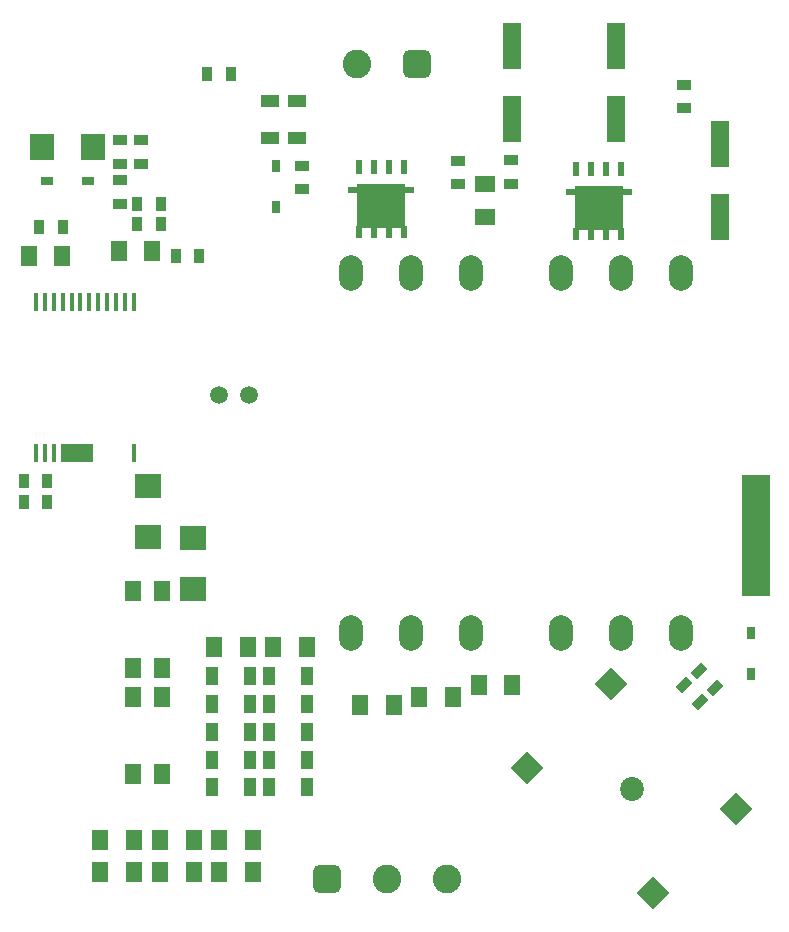
<source format=gts>
G04*
G04 #@! TF.GenerationSoftware,Altium Limited,Altium Designer,24.3.1 (35)*
G04*
G04 Layer_Color=8388736*
%FSLAX44Y44*%
%MOMM*%
G71*
G04*
G04 #@! TF.SameCoordinates,EE9A5EF0-155C-4C8F-B462-BE7DD29FB847*
G04*
G04*
G04 #@! TF.FilePolarity,Negative*
G04*
G01*
G75*
%ADD35R,1.4700X1.8200*%
%ADD36R,5.6300X0.6200*%
%ADD37R,0.6300X1.0400*%
%ADD38R,4.1200X3.8300*%
%ADD39R,0.6300X1.2900*%
%ADD40R,1.2800X0.8300*%
%ADD41R,1.6200X1.0200*%
%ADD42R,1.6200X4.0200*%
G04:AMPARAMS|DCode=43|XSize=0.83mm|YSize=1.28mm|CornerRadius=0mm|HoleSize=0mm|Usage=FLASHONLY|Rotation=315.000|XOffset=0mm|YOffset=0mm|HoleType=Round|Shape=Rectangle|*
%AMROTATEDRECTD43*
4,1,4,-0.7460,-0.1591,0.1591,0.7460,0.7460,0.1591,-0.1591,-0.7460,-0.7460,-0.1591,0.0*
%
%ADD43ROTATEDRECTD43*%

%ADD44R,0.8300X1.2800*%
%ADD45R,0.7200X1.0200*%
%ADD46R,1.8200X1.3200*%
%ADD47R,1.3200X1.8200*%
%ADD48R,2.0200X2.3200*%
%ADD49R,1.0200X0.7200*%
%ADD50P,2.8567X4X270.0*%
%ADD51R,0.4300X1.6200*%
%ADD52R,2.8300X1.6200*%
%ADD53R,1.0200X1.6200*%
%ADD54R,2.3200X2.0200*%
G04:AMPARAMS|DCode=55|XSize=2.42mm|YSize=2.42mm|CornerRadius=0.61mm|HoleSize=0mm|Usage=FLASHONLY|Rotation=0.000|XOffset=0mm|YOffset=0mm|HoleType=Round|Shape=RoundedRectangle|*
%AMROUNDEDRECTD55*
21,1,2.4200,1.2000,0,0,0.0*
21,1,1.2000,2.4200,0,0,0.0*
1,1,1.2200,0.6000,-0.6000*
1,1,1.2200,-0.6000,-0.6000*
1,1,1.2200,-0.6000,0.6000*
1,1,1.2200,0.6000,0.6000*
%
%ADD55ROUNDEDRECTD55*%
%ADD56C,2.4200*%
%ADD57C,1.5200*%
%ADD58O,2.0200X3.0200*%
%ADD59C,2.0200*%
G36*
X654000Y280000D02*
X630000D01*
Y382500D01*
X654000D01*
Y280000D01*
D02*
G37*
D35*
X139500Y218750D02*
D03*
Y284250D02*
D03*
X115000Y218750D02*
D03*
Y284250D02*
D03*
X139250Y129070D02*
D03*
Y194570D02*
D03*
X114750Y129070D02*
D03*
Y194570D02*
D03*
D36*
X325000Y623488D02*
D03*
X508950Y622000D02*
D03*
D37*
X344080Y587988D02*
D03*
X331380D02*
D03*
X318680D02*
D03*
X305980D02*
D03*
X528030Y586500D02*
D03*
X515330D02*
D03*
X502630D02*
D03*
X489930D02*
D03*
D38*
X325000Y609988D02*
D03*
X508950Y608500D02*
D03*
D39*
X305950Y642988D02*
D03*
X344050D02*
D03*
X318650D02*
D03*
X331350D02*
D03*
X489900Y641500D02*
D03*
X528000D02*
D03*
X502600D02*
D03*
X515300D02*
D03*
D40*
X580998Y692750D02*
D03*
Y712750D02*
D03*
X434752Y628899D02*
D03*
Y648899D02*
D03*
X390252Y628457D02*
D03*
Y648457D02*
D03*
X258067Y644149D02*
D03*
Y624149D02*
D03*
X121749Y645501D02*
D03*
Y665501D02*
D03*
X103492Y645501D02*
D03*
Y665501D02*
D03*
X103494Y612000D02*
D03*
Y632000D02*
D03*
D41*
X253229Y699251D02*
D03*
Y667251D02*
D03*
X230451Y699251D02*
D03*
Y667251D02*
D03*
D42*
X523950Y683750D02*
D03*
Y745750D02*
D03*
X435500Y683500D02*
D03*
Y745500D02*
D03*
X611750Y662500D02*
D03*
Y600500D02*
D03*
D43*
X607676Y201930D02*
D03*
X593534Y216072D02*
D03*
X581034Y204072D02*
D03*
X595176Y189930D02*
D03*
D44*
X177500Y721502D02*
D03*
X197500D02*
D03*
X170750Y567998D02*
D03*
X150750D02*
D03*
X118250Y612002D02*
D03*
X138250D02*
D03*
X118250Y594502D02*
D03*
X138250D02*
D03*
X55240Y591998D02*
D03*
X35240D02*
D03*
X42156Y359748D02*
D03*
X22156D02*
D03*
Y377502D02*
D03*
X42156D02*
D03*
D45*
X638334Y213500D02*
D03*
Y248500D02*
D03*
X235819Y644149D02*
D03*
Y609150D02*
D03*
D46*
X412511Y628957D02*
D03*
Y600457D02*
D03*
D47*
X131151Y571750D02*
D03*
X102651D02*
D03*
X26500Y567500D02*
D03*
X55000D02*
D03*
X87015Y46000D02*
D03*
X115515D02*
D03*
X137515Y73000D02*
D03*
X166015D02*
D03*
X87015D02*
D03*
X115515D02*
D03*
X137515Y46000D02*
D03*
X166015D02*
D03*
X187766Y73000D02*
D03*
X216266D02*
D03*
X187766Y46000D02*
D03*
X216266D02*
D03*
X183500Y236750D02*
D03*
X212000D02*
D03*
X233250D02*
D03*
X261750D02*
D03*
X435750Y204250D02*
D03*
X407250D02*
D03*
X385497Y194250D02*
D03*
X356997D02*
D03*
X335500Y187500D02*
D03*
X307000D02*
D03*
D48*
X38000Y659500D02*
D03*
X81000D02*
D03*
D49*
X76500Y631000D02*
D03*
X41500D02*
D03*
D50*
X625388Y99072D02*
D03*
X519322Y205138D02*
D03*
X554678Y28362D02*
D03*
X448612Y134428D02*
D03*
D51*
X47750Y401148D02*
D03*
X40250D02*
D03*
X32750D02*
D03*
X115250D02*
D03*
X70250Y528349D02*
D03*
X62750D02*
D03*
X55250D02*
D03*
X47750D02*
D03*
X40250D02*
D03*
X32750D02*
D03*
X77750D02*
D03*
X85250D02*
D03*
X92750D02*
D03*
X100250D02*
D03*
X107750D02*
D03*
X115250D02*
D03*
D52*
X67250Y401148D02*
D03*
D53*
X213750Y211750D02*
D03*
X181750D02*
D03*
X213750Y188250D02*
D03*
X181750D02*
D03*
X213750Y164748D02*
D03*
X181750D02*
D03*
X213750Y141250D02*
D03*
X181750D02*
D03*
X213750Y118250D02*
D03*
X181750D02*
D03*
X261750D02*
D03*
X229750D02*
D03*
X261750Y141250D02*
D03*
X229750D02*
D03*
X261750Y211750D02*
D03*
X229750D02*
D03*
X261750Y188500D02*
D03*
X229750D02*
D03*
X261750Y164750D02*
D03*
X229750D02*
D03*
D54*
X127000Y329475D02*
D03*
Y372475D02*
D03*
X165500Y285500D02*
D03*
Y328500D02*
D03*
D55*
X279200Y40000D02*
D03*
X355400Y730000D02*
D03*
D56*
X330000Y40000D02*
D03*
X380800D02*
D03*
X304600Y730000D02*
D03*
D57*
X212700Y450000D02*
D03*
X187300D02*
D03*
D58*
X528289Y248671D02*
D03*
X477489D02*
D03*
X579089D02*
D03*
X299689D02*
D03*
X350489D02*
D03*
X401289D02*
D03*
X528250Y553000D02*
D03*
X477450D02*
D03*
X579050D02*
D03*
X299650D02*
D03*
X350450D02*
D03*
X401250D02*
D03*
D59*
X537000Y116750D02*
D03*
M02*

</source>
